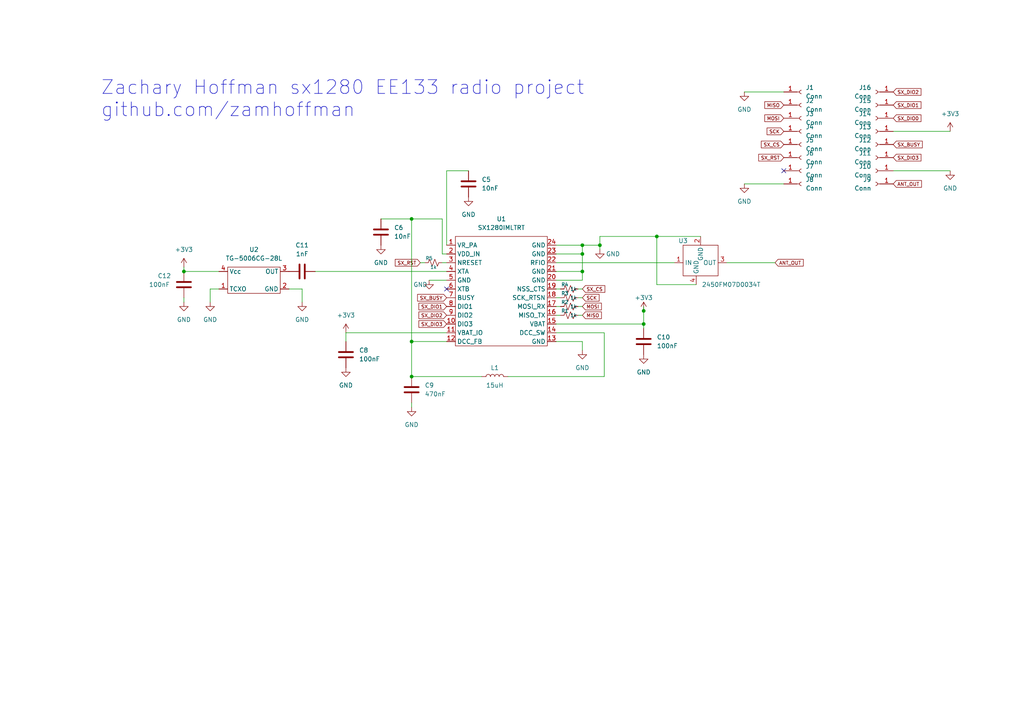
<source format=kicad_sch>
(kicad_sch (version 20211123) (generator eeschema)
  (paper "A4")
  (title_block (title "SX Radio"))
  (lib_symbols
    (symbol "Connector:Conn_01x01_Female" (pin_names (offset 1.016) hide)
      (property "Reference" "J" (at 0 2.54 0))
      (property "Value" "Conn_01x01_Female" (at 0 -2.54 0))
      (symbol "Conn_01x01_Female_1_1"
        (polyline (pts (xy -1.27 0) (xy -0.508 0)) (stroke (width 0.1524)))
        (arc (start 0 0.508) (mid -0.508 0) (end 0 -0.508) (stroke (width 0.1524)))
        (pin passive line (at -5.08 0 0) (length 3.81) (name "Pin_1") (number "1"))
      )
    )
    (symbol "Device:C" (pin_numbers hide) (pin_names (offset 0.254))
      (property "Reference" "C" (at 0.635 2.54 0))
      (property "Value" "C" (at 0.635 -2.54 0))
      (symbol "C_0_1"
        (polyline (pts (xy -2.032 -0.762) (xy 2.032 -0.762)) (stroke (width 0.508)))
        (polyline (pts (xy -2.032 0.762) (xy 2.032 0.762)) (stroke (width 0.508)))
      )
      (symbol "C_1_1"
        (pin passive line (at 0 3.81 270) (length 2.794) (name "~") (number "1"))
        (pin passive line (at 0 -3.81 90) (length 2.794) (name "~") (number "2"))
      )
    )
    (symbol "Device:L" (pin_numbers hide) (pin_names (offset 1.016) hide)
      (property "Reference" "L" (at -1.27 0 90))
      (property "Value" "L" (at 1.905 0 90))
      (symbol "L_0_1"
        (arc (start 0 -2.54) (mid 0.635 -1.905) (end 0 -1.27))
        (arc (start 0 -1.27) (mid 0.635 -0.635) (end 0 0))
        (arc (start 0 0) (mid 0.635 0.635) (end 0 1.27))
        (arc (start 0 1.27) (mid 0.635 1.905) (end 0 2.54))
      )
      (symbol "L_1_1"
        (pin passive line (at 0 3.81 270) (length 1.27) (name "1") (number "1"))
        (pin passive line (at 0 -3.81 90) (length 1.27) (name "2") (number "2"))
      )
    )
    (symbol "Device:R_Small_US" (pin_numbers hide) (pin_names (offset 0.254) hide)
      (property "Reference" "R" (at 0.762 0.508 0))
      (property "Value" "R_Small_US" (at 0.762 -1.016 0))
      (symbol "R_Small_US_1_1"
        (polyline (pts (xy 0 0) (xy 1.016 -0.381) (xy 0 -0.762) (xy -1.016 -1.143) (xy 0 -1.524)))
        (polyline (pts (xy 0 1.524) (xy 1.016 1.143) (xy 0 0.762) (xy -1.016 0.381) (xy 0 0)))
        (pin passive line (at 0 2.54 270) (length 1.016) (name "~") (number "1"))
        (pin passive line (at 0 -2.54 90) (length 1.016) (name "~") (number "2"))
      )
    )
    (symbol "Filter:2450FM07D0034T"
      (property "Reference" "U" (at -6.35 10.16 0))
      (property "Value" "2450FM07D0034T" (at 8.89 -2.54 0))
      (symbol "2450FM07D0034T_0_1"
        (rectangle (start -5.08 8.89) (end 5.08 0))
      )
      (symbol "2450FM07D0034T_1_1"
        (pin input line (at -7.62 3.81 0) (length 2.54) (name "IN") (number "1"))
        (pin input line (at 0 11.43 270) (length 2.54) (name "GND") (number "2"))
        (pin input line (at 7.62 3.81 180) (length 2.54) (name "OUT") (number "3"))
        (pin input line (at -1.27 -2.54 90) (length 2.54) (name "GND") (number "4"))
      )
    )
    (symbol "Oscillator:TG-5006CG-28L"
      (property "Reference" "U" (at -5.08 10.16 0))
      (property "Value" "TG-5006CG-28L" (at -5.08 0 0))
      (symbol "TG-5006CG-28L_0_1"
        (rectangle (start -12.7 8.89) (end 2.54 1.27))
      )
      (symbol "TG-5006CG-28L_1_1"
        (pin input line (at -15.24 2.54 0) (length 2.54) (name "TCXO") (number "1"))
        (pin input line (at 5.08 2.54 180) (length 2.54) (name "GND") (number "2"))
        (pin input line (at 5.08 7.62 180) (length 2.54) (name "OUT") (number "3"))
        (pin input line (at -15.24 7.62 0) (length 2.54) (name "Vcc") (number "4"))
      )
    )
    (symbol "RF:SX1280IMLTRT"
      (property "Reference" "U" (at 0 19.05 0))
      (property "Value" "SX1280IMLTRT" (at 0 -15.24 0))
      (symbol "SX1280IMLTRT_0_1"
        (rectangle (start -13.97 -13.97) (end 12.7 17.78))
      )
      (symbol "SX1280IMLTRT_1_1"
        (pin input line (at -16.51 15.24 0) (length 2.54) (name "VR_PA") (number "1"))
        (pin input line (at -16.51 -7.62 0) (length 2.54) (name "DIO3") (number "10"))
        (pin input line (at -16.51 -10.16 0) (length 2.54) (name "VBAT_IO") (number "11"))
        (pin input line (at -16.51 -12.7 0) (length 2.54) (name "DCC_FB") (number "12"))
        (pin input line (at 15.24 -12.7 180) (length 2.54) (name "GND") (number "13"))
        (pin input line (at 15.24 -10.16 180) (length 2.54) (name "DCC_SW") (number "14"))
        (pin input line (at 15.24 -7.62 180) (length 2.54) (name "VBAT") (number "15"))
        (pin input line (at 15.24 -5.08 180) (length 2.54) (name "MISO_TX") (number "16"))
        (pin input line (at 15.24 -2.54 180) (length 2.54) (name "MOSI_RX") (number "17"))
        (pin input line (at 15.24 0 180) (length 2.54) (name "SCK_RTSN") (number "18"))
        (pin input line (at 15.24 2.54 180) (length 2.54) (name "NSS_CTS") (number "19"))
        (pin input line (at -16.51 12.7 0) (length 2.54) (name "VDD_IN") (number "2"))
        (pin input line (at 15.24 5.08 180) (length 2.54) (name "GND") (number "20"))
        (pin input line (at 15.24 7.62 180) (length 2.54) (name "GND") (number "21"))
        (pin input line (at 15.24 10.16 180) (length 2.54) (name "RFIO") (number "22"))
        (pin input line (at 15.24 12.7 180) (length 2.54) (name "GND") (number "23"))
        (pin input line (at 15.24 15.24 180) (length 2.54) (name "GND") (number "24"))
        (pin input line (at -16.51 10.16 0) (length 2.54) (name "NRESET") (number "3"))
        (pin input line (at -16.51 7.62 0) (length 2.54) (name "XTA") (number "4"))
        (pin input line (at -16.51 5.08 0) (length 2.54) (name "GND") (number "5"))
        (pin input line (at -16.51 2.54 0) (length 2.54) (name "XTB") (number "6"))
        (pin input line (at -16.51 0 0) (length 2.54) (name "BUSY") (number "7"))
        (pin input line (at -16.51 -2.54 0) (length 2.54) (name "DIO1") (number "8"))
        (pin input line (at -16.51 -5.08 0) (length 2.54) (name "DIO2") (number "9"))
      )
    )
    (symbol "power:+3.3V" (power) (pin_names (offset 0))
      (property "Value" "+3.3V" (at 0 3.556 0))
      (symbol "+3.3V_0_1"
        (polyline (pts (xy -0.762 1.27) (xy 0 2.54)))
        (polyline (pts (xy 0 0) (xy 0 2.54)))
        (polyline (pts (xy 0 2.54) (xy 0.762 1.27)))
      )
      (symbol "+3.3V_1_1"
        (pin power_in line (at 0 0 90) (length 0) hide (name "+3V3") (number "1"))
      )
    )
    (symbol "power:GND" (power) (pin_names (offset 0))
      (property "Value" "GND" (at 0 -3.81 0))
      (symbol "GND_0_1"
        (polyline (pts (xy 0 0) (xy 0 -1.27) (xy 1.27 -1.27) (xy 0 -2.54) (xy -1.27 -1.27) (xy 0 -1.27)))
      )
      (symbol "GND_1_1"
        (pin power_in line (at 0 0 270) (length 0) hide (name "GND") (number "1"))
      )
    )
  )
  (junction (at 119.38 109.22))
  (junction (at 168.91 71.12))
  (junction (at 168.91 78.74))
  (junction (at 53.34 78.74))
  (junction (at 119.38 99.06))
  (junction (at 168.91 73.66))
  (junction (at 190.5 68.58))
  (junction (at 173.99 71.12))
  (junction (at 186.69 90.17))
  (junction (at 186.69 93.98))
  (junction (at 119.38 63.5))
  (no_connect (at 129.54 83.82))
  (no_connect (at 227.33 49.53))
  (wire (pts (xy 168.91 101.6) (xy 168.91 99.06)))
  (wire (pts (xy 119.38 99.06) (xy 119.38 63.5)))
  (wire (pts (xy 186.69 93.98) (xy 186.69 95.25)))
  (wire (pts (xy 119.38 99.06) (xy 129.54 99.06)))
  (wire (pts (xy 121.92 76.2) (xy 123.19 76.2)))
  (wire (pts (xy 53.34 77.47) (xy 53.34 78.74)))
  (wire (pts (xy 168.91 81.28) (xy 168.91 78.74)))
  (wire (pts (xy 259.08 38.1) (xy 275.59 38.1)))
  (wire (pts (xy 119.38 109.22) (xy 119.38 99.06)))
  (wire (pts (xy 161.29 83.82) (xy 162.56 83.82)))
  (wire (pts (xy 161.29 96.52) (xy 175.26 96.52)))
  (wire (pts (xy 215.9 26.67) (xy 227.33 26.67)))
  (wire (pts (xy 201.93 82.55) (xy 190.5 82.55)))
  (wire (pts (xy 128.27 76.2) (xy 129.54 76.2)))
  (wire (pts (xy 161.29 76.2) (xy 195.58 76.2)))
  (wire (pts (xy 161.29 73.66) (xy 168.91 73.66)))
  (wire (pts (xy 128.27 63.5) (xy 128.27 73.66)))
  (wire (pts (xy 161.29 71.12) (xy 168.91 71.12)))
  (wire (pts (xy 53.34 86.36) (xy 53.34 87.63)))
  (wire (pts (xy 161.29 93.98) (xy 186.69 93.98)))
  (wire (pts (xy 119.38 63.5) (xy 128.27 63.5)))
  (wire (pts (xy 215.9 53.34) (xy 227.33 53.34)))
  (wire (pts (xy 83.82 83.82) (xy 87.63 83.82)))
  (wire (pts (xy 63.5 83.82) (xy 60.96 83.82)))
  (wire (pts (xy 259.08 49.53) (xy 275.59 49.53)))
  (wire (pts (xy 167.64 83.82) (xy 168.91 83.82)))
  (wire (pts (xy 186.69 88.9) (xy 186.69 90.17)))
  (wire (pts (xy 161.29 81.28) (xy 168.91 81.28)))
  (wire (pts (xy 161.29 86.36) (xy 162.56 86.36)))
  (wire (pts (xy 60.96 83.82) (xy 60.96 87.63)))
  (wire (pts (xy 190.5 82.55) (xy 190.5 68.58)))
  (wire (pts (xy 129.54 49.53) (xy 135.89 49.53)))
  (wire (pts (xy 91.44 78.74) (xy 129.54 78.74)))
  (wire (pts (xy 167.64 88.9) (xy 168.91 88.9)))
  (wire (pts (xy 210.82 76.2) (xy 224.79 76.2)))
  (wire (pts (xy 161.29 78.74) (xy 168.91 78.74)))
  (wire (pts (xy 100.33 99.06) (xy 100.33 96.52)))
  (wire (pts (xy 161.29 99.06) (xy 168.91 99.06)))
  (wire (pts (xy 167.64 91.44) (xy 168.91 91.44)))
  (wire (pts (xy 119.38 116.84) (xy 119.38 118.11)))
  (wire (pts (xy 147.32 109.22) (xy 175.26 109.22)))
  (wire (pts (xy 175.26 96.52) (xy 175.26 109.22)))
  (wire (pts (xy 110.49 63.5) (xy 119.38 63.5)))
  (wire (pts (xy 87.63 83.82) (xy 87.63 87.63)))
  (wire (pts (xy 190.5 68.58) (xy 173.99 68.58)))
  (wire (pts (xy 100.33 96.52) (xy 129.54 96.52)))
  (wire (pts (xy 128.27 73.66) (xy 129.54 73.66)))
  (wire (pts (xy 167.64 86.36) (xy 168.91 86.36)))
  (wire (pts (xy 129.54 71.12) (xy 129.54 49.53)))
  (wire (pts (xy 161.29 88.9) (xy 162.56 88.9)))
  (wire (pts (xy 124.46 81.28) (xy 129.54 81.28)))
  (wire (pts (xy 173.99 68.58) (xy 173.99 71.12)))
  (wire (pts (xy 168.91 78.74) (xy 168.91 73.66)))
  (wire (pts (xy 173.99 71.12) (xy 173.99 72.39)))
  (wire (pts (xy 190.5 68.58) (xy 203.2 68.58)))
  (wire (pts (xy 186.69 90.17) (xy 186.69 93.98)))
  (wire (pts (xy 161.29 91.44) (xy 162.56 91.44)))
  (wire (pts (xy 168.91 71.12) (xy 173.99 71.12)))
  (wire (pts (xy 139.7 109.22) (xy 119.38 109.22)))
  (wire (pts (xy 168.91 73.66) (xy 168.91 71.12)))
  (wire (pts (xy 53.34 78.74) (xy 63.5 78.74)))
  (text "Zachary Hoffman sx1280 EE133 radio project\ngithub.com/zamhoffman" (at 29.21 34.29 0) (effects (font (size 4 4)) (justify left bottom)))
  (global_label "SX_CS" (shape input) (at 227.33 41.91 180) (effects (font (size 1 1))) (property "Intersheet References" "${INTERSHEET_REFS}" (effects hide)))
  (global_label "MOSI" (shape input) (at 168.91 88.9 0) (effects (font (size 1 1))) (property "Intersheet References" "${INTERSHEET_REFS}" (effects hide)))
  (global_label "ANT_OUT" (shape input) (at 224.79 76.2 0) (effects (font (size 1 1))) (property "Intersheet References" "${INTERSHEET_REFS}" (effects hide)))
  (global_label "SX_BUSY" (shape input) (at 129.54 86.36 180) (effects (font (size 1 1))) (property "Intersheet References" "${INTERSHEET_REFS}" (effects hide)))
  (global_label "SX_DIO3" (shape input) (at 259.08 45.72 0) (effects (font (size 1 1))) (property "Intersheet References" "${INTERSHEET_REFS}" (effects hide)))
  (global_label "SX_DIO2" (shape input) (at 129.54 91.44 180) (effects (font (size 1 1))) (property "Intersheet References" "${INTERSHEET_REFS}" (effects hide)))
  (global_label "MISO" (shape input) (at 168.91 91.44 0) (effects (font (size 1 1))) (property "Intersheet References" "${INTERSHEET_REFS}" (effects hide)))
  (global_label "SCK" (shape input) (at 227.33 38.1 180) (effects (font (size 1 1))) (property "Intersheet References" "${INTERSHEET_REFS}" (effects hide)))
  (global_label "SX_DIO2" (shape input) (at 259.08 26.67 0) (effects (font (size 1 1))) (property "Intersheet References" "${INTERSHEET_REFS}" (effects hide)))
  (global_label "MISO" (shape input) (at 227.33 30.48 180) (effects (font (size 1 1))) (property "Intersheet References" "${INTERSHEET_REFS}" (effects hide)))
  (global_label "SX_BUSY" (shape input) (at 259.08 41.91 0) (effects (font (size 1 1))) (property "Intersheet References" "${INTERSHEET_REFS}" (effects hide)))
  (global_label "SX_RST" (shape input) (at 121.92 76.2 180) (effects (font (size 1 1))) (property "Intersheet References" "${INTERSHEET_REFS}" (effects hide)))
  (global_label "ANT_OUT" (shape input) (at 259.08 53.34 0) (effects (font (size 1 1))) (property "Intersheet References" "${INTERSHEET_REFS}" (effects hide)))
  (global_label "SX_CS" (shape input) (at 168.91 83.82 0) (effects (font (size 1 1))) (property "Intersheet References" "${INTERSHEET_REFS}" (effects hide)))
  (global_label "MOSI" (shape input) (at 227.33 34.29 180) (effects (font (size 1 1))) (property "Intersheet References" "${INTERSHEET_REFS}" (effects hide)))
  (global_label "SX_DIO1" (shape input) (at 259.08 30.48 0) (effects (font (size 1 1))) (property "Intersheet References" "${INTERSHEET_REFS}" (effects hide)))
  (global_label "SX_DIO3" (shape input) (at 129.54 93.98 180) (effects (font (size 1 1))) (property "Intersheet References" "${INTERSHEET_REFS}" (effects hide)))
  (global_label "SCK" (shape input) (at 168.91 86.36 0) (effects (font (size 1 1))) (property "Intersheet References" "${INTERSHEET_REFS}" (effects hide)))
  (global_label "SX_DIO1" (shape input) (at 129.54 88.9 180) (effects (font (size 1 1))) (property "Intersheet References" "${INTERSHEET_REFS}" (effects hide)))
  (global_label "SX_RST" (shape input) (at 227.33 45.72 180) (effects (font (size 1 1))) (property "Intersheet References" "${INTERSHEET_REFS}" (effects hide)))
  (global_label "SX_DIO0" (shape input) (at 259.08 34.29 0) (effects (font (size 1 1))) (property "Intersheet References" "${INTERSHEET_REFS}" (effects hide)))
  (symbol (lib_id "Connector:Conn_01x01_Female") (at 232.41 26.67 0) (unit 1)
    (property "Reference" "J1" (at 233.68 25.3999 0) (effects (justify left)))
    (property "Value" "Conn" (at 233.68 27.9399 0) (effects (justify left)))
    (property "Footprint" "Radio_footprints:castellated" (effects hide))
  )
  (symbol (lib_id "power:GND") (at 110.49 71.12 0) (unit 1)
    (property "Reference" "#PWR0105" (effects hide))
    (property "Value" "GND" (at 110.49 76.2 0))
  )
  (symbol (lib_id "Connector:Conn_01x01_Female") (at 254 49.53 0) (mirror y) (unit 1)
    (property "Reference" "J10" (at 252.73 48.2599 0) (effects (justify left)))
    (property "Value" "Conn" (at 252.73 50.7999 0) (effects (justify left)))
    (property "Footprint" "Radio_footprints:castellated" (effects hide))
  )
  (symbol (lib_id "Filter:2450FM07D0034T") (at 203.2 80.01 0) (unit 1)
    (property "Reference" "U3" (at 198.12 69.85 0))
    (property "Value" "2450FM07D0034T" (at 212.09 82.55 0))
    (property "Footprint" "Radio_footprints:2450FM07D0034T" (effects hide))
  )
  (symbol (lib_id "Connector:Conn_01x01_Female") (at 232.41 45.72 0) (unit 1)
    (property "Reference" "J6" (at 233.68 44.4499 0) (effects (justify left)))
    (property "Value" "Conn" (at 233.68 46.9899 0) (effects (justify left)))
    (property "Footprint" "Radio_footprints:castellated" (effects hide))
  )
  (symbol (lib_id "Connector:Conn_01x01_Female") (at 254 53.34 0) (mirror y) (unit 1)
    (property "Reference" "J9" (at 252.73 52.0699 0) (effects (justify left)))
    (property "Value" "Conn" (at 252.73 54.6099 0) (effects (justify left)))
    (property "Footprint" "Radio_footprints:castellated" (effects hide))
  )
  (symbol (lib_id "power:GND") (at 87.63 87.63 0) (unit 1)
    (property "Reference" "#PWR0115" (effects hide))
    (property "Value" "GND" (at 87.63 92.71 0))
  )
  (symbol (lib_id "Device:L") (at 143.51 109.22 90) (unit 1)
    (property "Reference" "L1" (at 143.51 106.68 90))
    (property "Value" "15uH" (at 143.51 111.76 90))
    (property "Footprint" "Inductor_SMD:L_0402_1005Metric" (effects hide))
  )
  (symbol (lib_id "power:GND") (at 186.69 102.87 0) (unit 1)
    (property "Reference" "#PWR0102" (effects hide))
    (property "Value" "GND" (at 186.69 107.95 0))
  )
  (symbol (lib_id "Connector:Conn_01x01_Female") (at 232.41 30.48 0) (unit 1)
    (property "Reference" "J2" (at 233.68 29.2099 0) (effects (justify left)))
    (property "Value" "Conn" (at 233.68 31.7499 0) (effects (justify left)))
    (property "Footprint" "Radio_footprints:castellated" (effects hide))
  )
  (symbol (lib_id "Device:C") (at 53.34 82.55 0) (unit 1)
    (property "Reference" "C12" (at 45.72 80.01 0) (effects (justify left)))
    (property "Value" "100nF" (at 43.18 82.55 0) (effects (justify left)))
    (property "Footprint" "Capacitor_SMD:C_0402_1005Metric" (effects hide))
  )
  (symbol (lib_id "power:GND") (at 135.89 57.15 0) (unit 1)
    (property "Reference" "#PWR0101" (effects hide))
    (property "Value" "GND" (at 135.89 62.23 0))
  )
  (symbol (lib_id "Device:C") (at 110.49 67.31 0) (unit 1)
    (property "Reference" "C6" (at 114.3 66.0399 0) (effects (justify left)))
    (property "Value" "10nF" (at 114.3 68.5799 0) (effects (justify left)))
    (property "Footprint" "Capacitor_SMD:C_0402_1005Metric" (effects hide))
  )
  (symbol (lib_id "Connector:Conn_01x01_Female") (at 232.41 34.29 0) (unit 1)
    (property "Reference" "J3" (at 233.68 33.0199 0) (effects (justify left)))
    (property "Value" "Conn" (at 233.68 35.5599 0) (effects (justify left)))
    (property "Footprint" "Radio_footprints:castellated" (effects hide))
  )
  (symbol (lib_id "Device:R_Small_US") (at 165.1 91.44 90) (unit 1)
    (property "Reference" "R1" (at 163.83 90.17 90) (effects (font (size 1 1))))
    (property "Value" "1k" (at 166.37 91.44 90) (effects (font (size 1 1))))
    (property "Footprint" "Inductor_SMD:L_0402_1005Metric" (effects hide))
  )
  (symbol (lib_id "Device:C") (at 119.38 113.03 0) (unit 1)
    (property "Reference" "C9" (at 123.19 111.7599 0) (effects (justify left)))
    (property "Value" "470nF" (at 123.19 114.2999 0) (effects (justify left)))
    (property "Footprint" "Capacitor_SMD:C_0402_1005Metric" (effects hide))
  )
  (symbol (lib_id "power:GND") (at 275.59 49.53 0) (unit 1)
    (property "Reference" "#PWR0111" (effects hide))
    (property "Value" "GND" (at 275.59 54.61 0))
  )
  (symbol (lib_id "Connector:Conn_01x01_Female") (at 232.41 49.53 0) (unit 1)
    (property "Reference" "J7" (at 233.68 48.2599 0) (effects (justify left)))
    (property "Value" "Conn" (at 233.68 50.7999 0) (effects (justify left)))
    (property "Footprint" "Radio_footprints:castellated" (effects hide))
  )
  (symbol (lib_id "Connector:Conn_01x01_Female") (at 232.41 53.34 0) (unit 1)
    (property "Reference" "J8" (at 233.68 52.0699 0) (effects (justify left)))
    (property "Value" "Conn" (at 233.68 54.6099 0) (effects (justify left)))
    (property "Footprint" "Radio_footprints:castellated" (effects hide))
  )
  (symbol (lib_id "power:GND") (at 168.91 101.6 0) (unit 1)
    (property "Reference" "#PWR0103" (effects hide))
    (property "Value" "GND" (at 168.91 106.68 0))
  )
  (symbol (lib_id "power:GND") (at 53.34 87.63 0) (unit 1)
    (property "Reference" "#PWR0117" (effects hide))
    (property "Value" "GND" (at 53.34 92.71 0))
  )
  (symbol (lib_id "Device:R_Small_US") (at 125.73 76.2 90) (unit 1)
    (property "Reference" "R5" (at 124.46 74.93 90) (effects (font (size 1 1))))
    (property "Value" "1k" (at 125.73 77.47 90) (effects (font (size 1 1))))
    (property "Footprint" "Inductor_SMD:L_0402_1005Metric" (effects hide))
  )
  (symbol (lib_id "Device:C") (at 135.89 53.34 0) (unit 1)
    (property "Reference" "C5" (at 139.7 52.0699 0) (effects (justify left)))
    (property "Value" "10nF" (at 139.7 54.6099 0) (effects (justify left)))
    (property "Footprint" "Capacitor_SMD:C_0402_1005Metric" (effects hide))
  )
  (symbol (lib_id "power:GND") (at 124.46 81.28 0) (unit 1)
    (property "Reference" "#PWR0106" (effects hide))
    (property "Value" "GND" (at 121.92 82.55 0))
  )
  (symbol (lib_id "Device:R_Small_US") (at 165.1 83.82 90) (unit 1)
    (property "Reference" "R4" (at 163.83 82.55 90) (effects (font (size 1 1))))
    (property "Value" "1k" (at 166.37 83.82 90) (effects (font (size 1 1))))
    (property "Footprint" "Inductor_SMD:L_0402_1005Metric" (effects hide))
  )
  (symbol (lib_id "Connector:Conn_01x01_Female") (at 254 34.29 0) (mirror y) (unit 1)
    (property "Reference" "J14" (at 252.73 33.0199 0) (effects (justify left)))
    (property "Value" "Conn" (at 252.73 35.5599 0) (effects (justify left)))
    (property "Footprint" "Radio_footprints:castellated" (effects hide))
  )
  (symbol (lib_id "Connector:Conn_01x01_Female") (at 254 30.48 0) (mirror y) (unit 1)
    (property "Reference" "J15" (at 252.73 29.2099 0) (effects (justify left)))
    (property "Value" "Conn" (at 252.73 31.7499 0) (effects (justify left)))
    (property "Footprint" "Radio_footprints:castellated" (effects hide))
  )
  (symbol (lib_id "Connector:Conn_01x01_Female") (at 254 41.91 0) (mirror y) (unit 1)
    (property "Reference" "J12" (at 252.73 40.6399 0) (effects (justify left)))
    (property "Value" "Conn" (at 252.73 43.1799 0) (effects (justify left)))
    (property "Footprint" "Radio_footprints:castellated" (effects hide))
  )
  (symbol (lib_id "Device:C") (at 186.69 99.06 0) (unit 1)
    (property "Reference" "C10" (at 190.5 97.7899 0) (effects (justify left)))
    (property "Value" "100nF" (at 190.5 100.3299 0) (effects (justify left)))
    (property "Footprint" "Capacitor_SMD:C_0402_1005Metric" (effects hide))
  )
  (symbol (lib_id "Connector:Conn_01x01_Female") (at 232.41 41.91 0) (unit 1)
    (property "Reference" "J5" (at 233.68 40.6399 0) (effects (justify left)))
    (property "Value" "Conn" (at 233.68 43.1799 0) (effects (justify left)))
    (property "Footprint" "Radio_footprints:castellated" (effects hide))
  )
  (symbol (lib_id "power:GND") (at 60.96 87.63 0) (unit 1)
    (property "Reference" "#PWR0116" (effects hide))
    (property "Value" "GND" (at 60.96 92.71 0))
  )
  (symbol (lib_id "Device:C") (at 100.33 102.87 0) (unit 1)
    (property "Reference" "C8" (at 104.14 101.5999 0) (effects (justify left)))
    (property "Value" "100nF" (at 104.14 104.1399 0) (effects (justify left)))
    (property "Footprint" "Capacitor_SMD:C_0402_1005Metric" (effects hide))
  )
  (symbol (lib_id "Device:C") (at 87.63 78.74 90) (unit 1)
    (property "Reference" "C11" (at 87.63 71.12 90))
    (property "Value" "1nF" (at 87.63 73.66 90))
    (property "Footprint" "Capacitor_SMD:C_0402_1005Metric" (effects hide))
  )
  (symbol (lib_id "power:GND") (at 215.9 26.67 0) (unit 1)
    (property "Reference" "#PWR0110" (effects hide))
    (property "Value" "GND" (at 215.9 31.75 0))
  )
  (symbol (lib_id "Connector:Conn_01x01_Female") (at 254 26.67 0) (mirror y) (unit 1)
    (property "Reference" "J16" (at 252.73 25.3999 0) (effects (justify left)))
    (property "Value" "Conn" (at 252.73 27.9399 0) (effects (justify left)))
    (property "Footprint" "Radio_footprints:castellated" (effects hide))
  )
  (symbol (lib_id "Connector:Conn_01x01_Female") (at 254 38.1 0) (mirror y) (unit 1)
    (property "Reference" "J13" (at 252.73 36.8299 0) (effects (justify left)))
    (property "Value" "Conn" (at 252.73 39.3699 0) (effects (justify left)))
    (property "Footprint" "Radio_footprints:castellated" (effects hide))
  )
  (symbol (lib_id "Connector:Conn_01x01_Female") (at 254 45.72 0) (mirror y) (unit 1)
    (property "Reference" "J11" (at 252.73 44.4499 0) (effects (justify left)))
    (property "Value" "Conn" (at 252.73 46.9899 0) (effects (justify left)))
    (property "Footprint" "Radio_footprints:castellated" (effects hide))
  )
  (symbol (lib_id "power:+3.3V") (at 186.69 90.17 0) (unit 1)
    (property "Reference" "#PWR0107" (effects hide))
    (property "Value" "+3.3V" (at 186.69 86.36 0))
  )
  (symbol (lib_id "power:+3.3V") (at 275.59 38.1 0) (unit 1)
    (property "Reference" "#PWR0112" (effects hide))
    (property "Value" "+3.3V" (at 275.59 33.02 0))
  )
  (symbol (lib_id "power:GND") (at 100.33 106.68 0) (unit 1)
    (property "Reference" "#PWR0113" (effects hide))
    (property "Value" "GND" (at 100.33 111.76 0))
  )
  (symbol (lib_id "Oscillator:TG-5006CG-28L") (at 78.74 86.36 0) (unit 1)
    (property "Reference" "U2" (at 73.66 72.39 0))
    (property "Value" "TG-5006CG-28L" (at 73.66 74.93 0))
    (property "Footprint" "Radio_footprints:Crystal_SMD_2520-4Pin_2.5x2.0mm" (effects hide))
  )
  (symbol (lib_id "power:GND") (at 215.9 53.34 0) (unit 1)
    (property "Reference" "#PWR0109" (effects hide))
    (property "Value" "GND" (at 215.9 58.42 0))
  )
  (symbol (lib_id "RF:SX1280IMLTRT") (at 146.05 86.36 0) (unit 1)
    (property "Reference" "U1" (at 145.415 63.5 0))
    (property "Value" "SX1280IMLTRT" (at 145.415 66.04 0))
    (property "Footprint" "Radio_footprints:QFN50P400X400X80-25N-D" (effects hide))
  )
  (symbol (lib_id "power:+3.3V") (at 100.33 96.52 0) (unit 1)
    (property "Reference" "#PWR0114" (effects hide))
    (property "Value" "+3.3V" (at 100.33 91.44 0))
  )
  (symbol (lib_id "Connector:Conn_01x01_Female") (at 232.41 38.1 0) (unit 1)
    (property "Reference" "J4" (at 233.68 36.8299 0) (effects (justify left)))
    (property "Value" "Conn" (at 233.68 39.3699 0) (effects (justify left)))
    (property "Footprint" "Radio_footprints:castellated" (effects hide))
  )
  (symbol (lib_id "power:GND") (at 119.38 118.11 0) (unit 1)
    (property "Reference" "#PWR0104" (effects hide))
    (property "Value" "GND" (at 119.38 123.19 0))
  )
  (symbol (lib_id "Device:R_Small_US") (at 165.1 88.9 90) (unit 1)
    (property "Reference" "R2" (at 163.83 87.63 90) (effects (font (size 1 1))))
    (property "Value" "1k" (at 166.37 88.9 90) (effects (font (size 1 1))))
    (property "Footprint" "Inductor_SMD:L_0402_1005Metric" (effects hide))
  )
  (symbol (lib_id "power:GND") (at 173.99 72.39 0) (unit 1)
    (property "Reference" "#PWR0108" (effects hide))
    (property "Value" "GND" (at 177.8 73.66 0))
  )
  (symbol (lib_id "Device:R_Small_US") (at 165.1 86.36 90) (unit 1)
    (property "Reference" "R3" (at 163.83 85.09 90) (effects (font (size 1 1))))
    (property "Value" "1k" (at 166.37 86.36 90) (effects (font (size 1 1))))
    (property "Footprint" "Inductor_SMD:L_0402_1005Metric" (effects hide))
  )
  (symbol (lib_id "power:+3.3V") (at 53.34 77.47 0) (unit 1)
    (property "Reference" "#PWR0118" (effects hide))
    (property "Value" "+3.3V" (at 53.34 72.39 0))
  )
)
</source>
